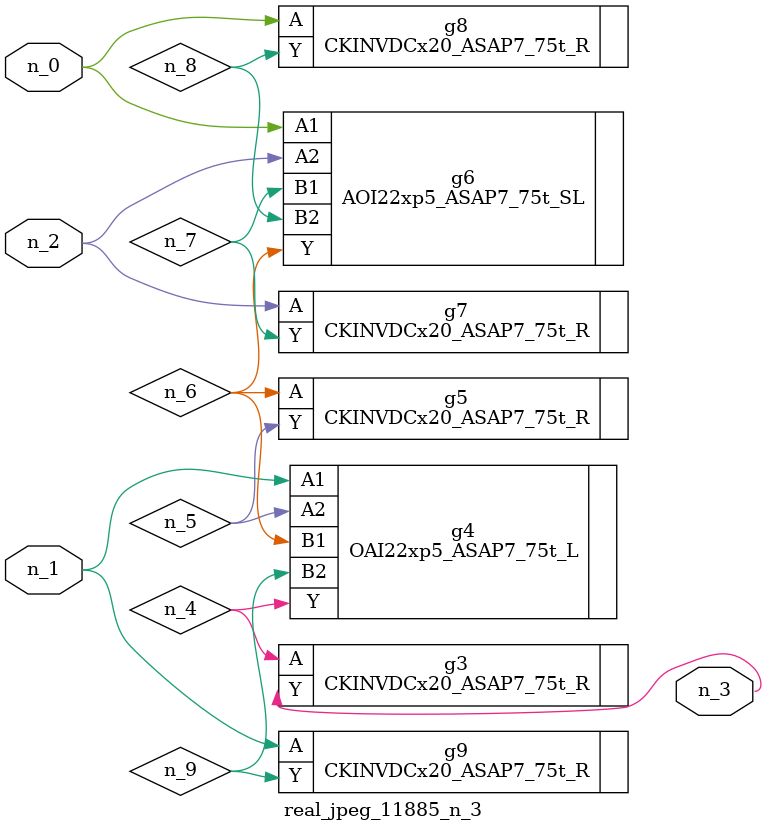
<source format=v>
module real_jpeg_11885_n_3 (n_1, n_0, n_2, n_3);

input n_1;
input n_0;
input n_2;

output n_3;

wire n_5;
wire n_8;
wire n_4;
wire n_6;
wire n_7;
wire n_9;

AOI22xp5_ASAP7_75t_SL g6 ( 
.A1(n_0),
.A2(n_2),
.B1(n_7),
.B2(n_8),
.Y(n_6)
);

CKINVDCx20_ASAP7_75t_R g8 ( 
.A(n_0),
.Y(n_8)
);

OAI22xp5_ASAP7_75t_L g4 ( 
.A1(n_1),
.A2(n_5),
.B1(n_6),
.B2(n_9),
.Y(n_4)
);

CKINVDCx20_ASAP7_75t_R g9 ( 
.A(n_1),
.Y(n_9)
);

CKINVDCx20_ASAP7_75t_R g7 ( 
.A(n_2),
.Y(n_7)
);

CKINVDCx20_ASAP7_75t_R g3 ( 
.A(n_4),
.Y(n_3)
);

CKINVDCx20_ASAP7_75t_R g5 ( 
.A(n_6),
.Y(n_5)
);


endmodule
</source>
